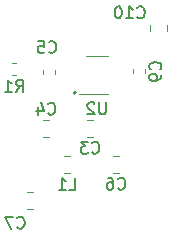
<source format=gbr>
G04 #@! TF.GenerationSoftware,KiCad,Pcbnew,(5.0.1)-rc2*
G04 #@! TF.CreationDate,2019-05-10T17:24:36-07:00*
G04 #@! TF.ProjectId,SAMD21E,53414D443231452E6B696361645F7063,rev?*
G04 #@! TF.SameCoordinates,Original*
G04 #@! TF.FileFunction,Legend,Bot*
G04 #@! TF.FilePolarity,Positive*
%FSLAX46Y46*%
G04 Gerber Fmt 4.6, Leading zero omitted, Abs format (unit mm)*
G04 Created by KiCad (PCBNEW (5.0.1)-rc2) date 5/10/2019 5:24:36 PM*
%MOMM*%
%LPD*%
G01*
G04 APERTURE LIST*
%ADD10C,0.120000*%
%ADD11C,0.150000*%
G04 APERTURE END LIST*
D10*
G04 #@! TO.C,C3*
X159682922Y-103326000D02*
X160200078Y-103326000D01*
X159682922Y-101906000D02*
X160200078Y-101906000D01*
G04 #@! TO.C,C4*
X156468578Y-103326000D02*
X155951422Y-103326000D01*
X156468578Y-101906000D02*
X155951422Y-101906000D01*
G04 #@! TO.C,C5*
X155954000Y-97652721D02*
X155954000Y-97978279D01*
X156974000Y-97652721D02*
X156974000Y-97978279D01*
G04 #@! TO.C,C6*
X161871922Y-106374000D02*
X162389078Y-106374000D01*
X161871922Y-104954000D02*
X162389078Y-104954000D01*
G04 #@! TO.C,C7*
X155120078Y-109422000D02*
X154602922Y-109422000D01*
X155120078Y-108002000D02*
X154602922Y-108002000D01*
G04 #@! TO.C,C9*
X163574000Y-97927279D02*
X163574000Y-97601721D01*
X164594000Y-97927279D02*
X164594000Y-97601721D01*
G04 #@! TO.C,C10*
X166419600Y-93846122D02*
X166419600Y-94363278D01*
X164999600Y-93846122D02*
X164999600Y-94363278D01*
G04 #@! TO.C,L1*
X157729422Y-106374000D02*
X158246578Y-106374000D01*
X157729422Y-104954000D02*
X158246578Y-104954000D01*
G04 #@! TO.C,R1*
X153354721Y-98109500D02*
X153680279Y-98109500D01*
X153354721Y-97089500D02*
X153680279Y-97089500D01*
G04 #@! TO.C,U2*
X159628000Y-96434000D02*
X161428000Y-96434000D01*
X161428000Y-99654000D02*
X158978000Y-99654000D01*
D11*
X158761992Y-99568000D02*
G75*
G03X158761992Y-99568000I-113592J0D01*
G01*
G04 #@! TO.C,C3*
X160108166Y-104623142D02*
X160155785Y-104670761D01*
X160298642Y-104718380D01*
X160393880Y-104718380D01*
X160536738Y-104670761D01*
X160631976Y-104575523D01*
X160679595Y-104480285D01*
X160727214Y-104289809D01*
X160727214Y-104146952D01*
X160679595Y-103956476D01*
X160631976Y-103861238D01*
X160536738Y-103766000D01*
X160393880Y-103718380D01*
X160298642Y-103718380D01*
X160155785Y-103766000D01*
X160108166Y-103813619D01*
X159774833Y-103718380D02*
X159155785Y-103718380D01*
X159489119Y-104099333D01*
X159346261Y-104099333D01*
X159251023Y-104146952D01*
X159203404Y-104194571D01*
X159155785Y-104289809D01*
X159155785Y-104527904D01*
X159203404Y-104623142D01*
X159251023Y-104670761D01*
X159346261Y-104718380D01*
X159631976Y-104718380D01*
X159727214Y-104670761D01*
X159774833Y-104623142D01*
G04 #@! TO.C,C4*
X156376666Y-101323142D02*
X156424285Y-101370761D01*
X156567142Y-101418380D01*
X156662380Y-101418380D01*
X156805238Y-101370761D01*
X156900476Y-101275523D01*
X156948095Y-101180285D01*
X156995714Y-100989809D01*
X156995714Y-100846952D01*
X156948095Y-100656476D01*
X156900476Y-100561238D01*
X156805238Y-100466000D01*
X156662380Y-100418380D01*
X156567142Y-100418380D01*
X156424285Y-100466000D01*
X156376666Y-100513619D01*
X155519523Y-100751714D02*
X155519523Y-101418380D01*
X155757619Y-100370761D02*
X155995714Y-101085047D01*
X155376666Y-101085047D01*
G04 #@! TO.C,C5*
X156440166Y-96115142D02*
X156487785Y-96162761D01*
X156630642Y-96210380D01*
X156725880Y-96210380D01*
X156868738Y-96162761D01*
X156963976Y-96067523D01*
X157011595Y-95972285D01*
X157059214Y-95781809D01*
X157059214Y-95638952D01*
X157011595Y-95448476D01*
X156963976Y-95353238D01*
X156868738Y-95258000D01*
X156725880Y-95210380D01*
X156630642Y-95210380D01*
X156487785Y-95258000D01*
X156440166Y-95305619D01*
X155535404Y-95210380D02*
X156011595Y-95210380D01*
X156059214Y-95686571D01*
X156011595Y-95638952D01*
X155916357Y-95591333D01*
X155678261Y-95591333D01*
X155583023Y-95638952D01*
X155535404Y-95686571D01*
X155487785Y-95781809D01*
X155487785Y-96019904D01*
X155535404Y-96115142D01*
X155583023Y-96162761D01*
X155678261Y-96210380D01*
X155916357Y-96210380D01*
X156011595Y-96162761D01*
X156059214Y-96115142D01*
G04 #@! TO.C,C6*
X162297166Y-107671142D02*
X162344785Y-107718761D01*
X162487642Y-107766380D01*
X162582880Y-107766380D01*
X162725738Y-107718761D01*
X162820976Y-107623523D01*
X162868595Y-107528285D01*
X162916214Y-107337809D01*
X162916214Y-107194952D01*
X162868595Y-107004476D01*
X162820976Y-106909238D01*
X162725738Y-106814000D01*
X162582880Y-106766380D01*
X162487642Y-106766380D01*
X162344785Y-106814000D01*
X162297166Y-106861619D01*
X161440023Y-106766380D02*
X161630500Y-106766380D01*
X161725738Y-106814000D01*
X161773357Y-106861619D01*
X161868595Y-107004476D01*
X161916214Y-107194952D01*
X161916214Y-107575904D01*
X161868595Y-107671142D01*
X161820976Y-107718761D01*
X161725738Y-107766380D01*
X161535261Y-107766380D01*
X161440023Y-107718761D01*
X161392404Y-107671142D01*
X161344785Y-107575904D01*
X161344785Y-107337809D01*
X161392404Y-107242571D01*
X161440023Y-107194952D01*
X161535261Y-107147333D01*
X161725738Y-107147333D01*
X161820976Y-107194952D01*
X161868595Y-107242571D01*
X161916214Y-107337809D01*
G04 #@! TO.C,C7*
X153773166Y-110974142D02*
X153820785Y-111021761D01*
X153963642Y-111069380D01*
X154058880Y-111069380D01*
X154201738Y-111021761D01*
X154296976Y-110926523D01*
X154344595Y-110831285D01*
X154392214Y-110640809D01*
X154392214Y-110497952D01*
X154344595Y-110307476D01*
X154296976Y-110212238D01*
X154201738Y-110117000D01*
X154058880Y-110069380D01*
X153963642Y-110069380D01*
X153820785Y-110117000D01*
X153773166Y-110164619D01*
X153439833Y-110069380D02*
X152773166Y-110069380D01*
X153201738Y-111069380D01*
G04 #@! TO.C,C9*
X165871142Y-97597833D02*
X165918761Y-97550214D01*
X165966380Y-97407357D01*
X165966380Y-97312119D01*
X165918761Y-97169261D01*
X165823523Y-97074023D01*
X165728285Y-97026404D01*
X165537809Y-96978785D01*
X165394952Y-96978785D01*
X165204476Y-97026404D01*
X165109238Y-97074023D01*
X165014000Y-97169261D01*
X164966380Y-97312119D01*
X164966380Y-97407357D01*
X165014000Y-97550214D01*
X165061619Y-97597833D01*
X165966380Y-98074023D02*
X165966380Y-98264500D01*
X165918761Y-98359738D01*
X165871142Y-98407357D01*
X165728285Y-98502595D01*
X165537809Y-98550214D01*
X165156857Y-98550214D01*
X165061619Y-98502595D01*
X165014000Y-98454976D01*
X164966380Y-98359738D01*
X164966380Y-98169261D01*
X165014000Y-98074023D01*
X165061619Y-98026404D01*
X165156857Y-97978785D01*
X165394952Y-97978785D01*
X165490190Y-98026404D01*
X165537809Y-98074023D01*
X165585428Y-98169261D01*
X165585428Y-98359738D01*
X165537809Y-98454976D01*
X165490190Y-98502595D01*
X165394952Y-98550214D01*
G04 #@! TO.C,C10*
X163939457Y-93176842D02*
X163987076Y-93224461D01*
X164129933Y-93272080D01*
X164225171Y-93272080D01*
X164368028Y-93224461D01*
X164463266Y-93129223D01*
X164510885Y-93033985D01*
X164558504Y-92843509D01*
X164558504Y-92700652D01*
X164510885Y-92510176D01*
X164463266Y-92414938D01*
X164368028Y-92319700D01*
X164225171Y-92272080D01*
X164129933Y-92272080D01*
X163987076Y-92319700D01*
X163939457Y-92367319D01*
X162987076Y-93272080D02*
X163558504Y-93272080D01*
X163272790Y-93272080D02*
X163272790Y-92272080D01*
X163368028Y-92414938D01*
X163463266Y-92510176D01*
X163558504Y-92557795D01*
X162368028Y-92272080D02*
X162272790Y-92272080D01*
X162177552Y-92319700D01*
X162129933Y-92367319D01*
X162082314Y-92462557D01*
X162034695Y-92653033D01*
X162034695Y-92891128D01*
X162082314Y-93081604D01*
X162129933Y-93176842D01*
X162177552Y-93224461D01*
X162272790Y-93272080D01*
X162368028Y-93272080D01*
X162463266Y-93224461D01*
X162510885Y-93176842D01*
X162558504Y-93081604D01*
X162606123Y-92891128D01*
X162606123Y-92653033D01*
X162558504Y-92462557D01*
X162510885Y-92367319D01*
X162463266Y-92319700D01*
X162368028Y-92272080D01*
G04 #@! TO.C,L1*
X158154666Y-107766380D02*
X158630857Y-107766380D01*
X158630857Y-106766380D01*
X157297523Y-107766380D02*
X157868952Y-107766380D01*
X157583238Y-107766380D02*
X157583238Y-106766380D01*
X157678476Y-106909238D01*
X157773714Y-107004476D01*
X157868952Y-107052095D01*
G04 #@! TO.C,R1*
X153684166Y-99481880D02*
X154017500Y-99005690D01*
X154255595Y-99481880D02*
X154255595Y-98481880D01*
X153874642Y-98481880D01*
X153779404Y-98529500D01*
X153731785Y-98577119D01*
X153684166Y-98672357D01*
X153684166Y-98815214D01*
X153731785Y-98910452D01*
X153779404Y-98958071D01*
X153874642Y-99005690D01*
X154255595Y-99005690D01*
X152731785Y-99481880D02*
X153303214Y-99481880D01*
X153017500Y-99481880D02*
X153017500Y-98481880D01*
X153112738Y-98624738D01*
X153207976Y-98719976D01*
X153303214Y-98767595D01*
G04 #@! TO.C,U2*
X161289904Y-100396380D02*
X161289904Y-101205904D01*
X161242285Y-101301142D01*
X161194666Y-101348761D01*
X161099428Y-101396380D01*
X160908952Y-101396380D01*
X160813714Y-101348761D01*
X160766095Y-101301142D01*
X160718476Y-101205904D01*
X160718476Y-100396380D01*
X160289904Y-100491619D02*
X160242285Y-100444000D01*
X160147047Y-100396380D01*
X159908952Y-100396380D01*
X159813714Y-100444000D01*
X159766095Y-100491619D01*
X159718476Y-100586857D01*
X159718476Y-100682095D01*
X159766095Y-100824952D01*
X160337523Y-101396380D01*
X159718476Y-101396380D01*
G04 #@! TD*
M02*

</source>
